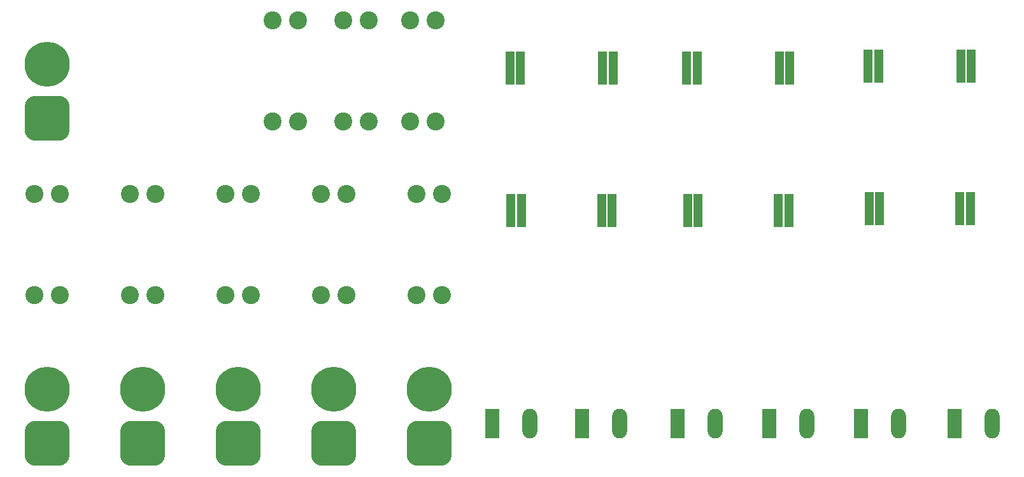
<source format=gbr>
G04 #@! TF.GenerationSoftware,KiCad,Pcbnew,6.0.2-378541a8eb~116~ubuntu18.04.1*
G04 #@! TF.CreationDate,2022-02-21T15:42:04+08:00*
G04 #@! TF.ProjectId,XT60_CAN,58543630-5f43-4414-9e2e-6b696361645f,rev?*
G04 #@! TF.SameCoordinates,Original*
G04 #@! TF.FileFunction,Soldermask,Bot*
G04 #@! TF.FilePolarity,Negative*
%FSLAX46Y46*%
G04 Gerber Fmt 4.6, Leading zero omitted, Abs format (unit mm)*
G04 Created by KiCad (PCBNEW 6.0.2-378541a8eb~116~ubuntu18.04.1) date 2022-02-21 15:42:04*
%MOMM*%
%LPD*%
G01*
G04 APERTURE LIST*
G04 Aperture macros list*
%AMRoundRect*
0 Rectangle with rounded corners*
0 $1 Rounding radius*
0 $2 $3 $4 $5 $6 $7 $8 $9 X,Y pos of 4 corners*
0 Add a 4 corners polygon primitive as box body*
4,1,4,$2,$3,$4,$5,$6,$7,$8,$9,$2,$3,0*
0 Add four circle primitives for the rounded corners*
1,1,$1+$1,$2,$3*
1,1,$1+$1,$4,$5*
1,1,$1+$1,$6,$7*
1,1,$1+$1,$8,$9*
0 Add four rect primitives between the rounded corners*
20,1,$1+$1,$2,$3,$4,$5,0*
20,1,$1+$1,$4,$5,$6,$7,0*
20,1,$1+$1,$6,$7,$8,$9,0*
20,1,$1+$1,$8,$9,$2,$3,0*%
G04 Aperture macros list end*
%ADD10R,1.308000X4.500000*%
%ADD11R,1.980000X3.960000*%
%ADD12O,1.980000X3.960000*%
%ADD13RoundRect,1.500000X1.500000X-1.500000X1.500000X1.500000X-1.500000X1.500000X-1.500000X-1.500000X0*%
%ADD14C,6.000000*%
%ADD15C,2.400000*%
G04 APERTURE END LIST*
D10*
X175235250Y-33680000D03*
X187551250Y-33680000D03*
X176635250Y-33680000D03*
X188951250Y-33680000D03*
X175359250Y-52680000D03*
X187427250Y-52680000D03*
X176759250Y-52680000D03*
X188827250Y-52680000D03*
X151105250Y-33934000D03*
X163421250Y-33934000D03*
X152505250Y-33934000D03*
X164821250Y-33934000D03*
X151229250Y-52934000D03*
X163297250Y-52934000D03*
X152629250Y-52934000D03*
X164697250Y-52934000D03*
D11*
X125251000Y-81280000D03*
D12*
X130251000Y-81280000D03*
D11*
X162081000Y-81280000D03*
D12*
X167081000Y-81280000D03*
D13*
X104142500Y-83864000D03*
D14*
X104142500Y-76664000D03*
D13*
X91442500Y-83864000D03*
D14*
X91442500Y-76664000D03*
D15*
X99412000Y-27555000D03*
X96012000Y-27555000D03*
X96012000Y-41025000D03*
X99412000Y-41025000D03*
X115142500Y-64139000D03*
X118542500Y-64139000D03*
X115142500Y-50669000D03*
X118542500Y-50669000D03*
D11*
X174244000Y-81280000D03*
D12*
X179244000Y-81280000D03*
D10*
X127601250Y-33925250D03*
X139917250Y-33925250D03*
X129001250Y-33925250D03*
X141317250Y-33925250D03*
X127725250Y-52925250D03*
X139793250Y-52925250D03*
X129125250Y-52925250D03*
X141193250Y-52925250D03*
D11*
X186719000Y-81280000D03*
D12*
X191719000Y-81280000D03*
D15*
X108810000Y-27555000D03*
X105410000Y-27555000D03*
X108810000Y-41025000D03*
X105410000Y-41025000D03*
X105842500Y-64139000D03*
X102442500Y-64139000D03*
X105842500Y-50669000D03*
X102442500Y-50669000D03*
X77042500Y-64139000D03*
X80442500Y-64139000D03*
X80442500Y-50669000D03*
X77042500Y-50669000D03*
D13*
X66042500Y-40640000D03*
D14*
X66042500Y-33440000D03*
D15*
X64342500Y-64139000D03*
X67742500Y-64139000D03*
X64342500Y-50669000D03*
X67742500Y-50669000D03*
D13*
X116842500Y-83864000D03*
D14*
X116842500Y-76664000D03*
D13*
X66042500Y-83864000D03*
D14*
X66042500Y-76664000D03*
D11*
X149889000Y-81280000D03*
D12*
X154889000Y-81280000D03*
D11*
X137189000Y-81280000D03*
D12*
X142189000Y-81280000D03*
D13*
X78742500Y-83864000D03*
D14*
X78742500Y-76664000D03*
D15*
X89742500Y-64139000D03*
X93142500Y-64139000D03*
X89742500Y-50669000D03*
X93142500Y-50669000D03*
X114300000Y-27555000D03*
X117700000Y-27555000D03*
X114300000Y-41025000D03*
X117700000Y-41025000D03*
M02*

</source>
